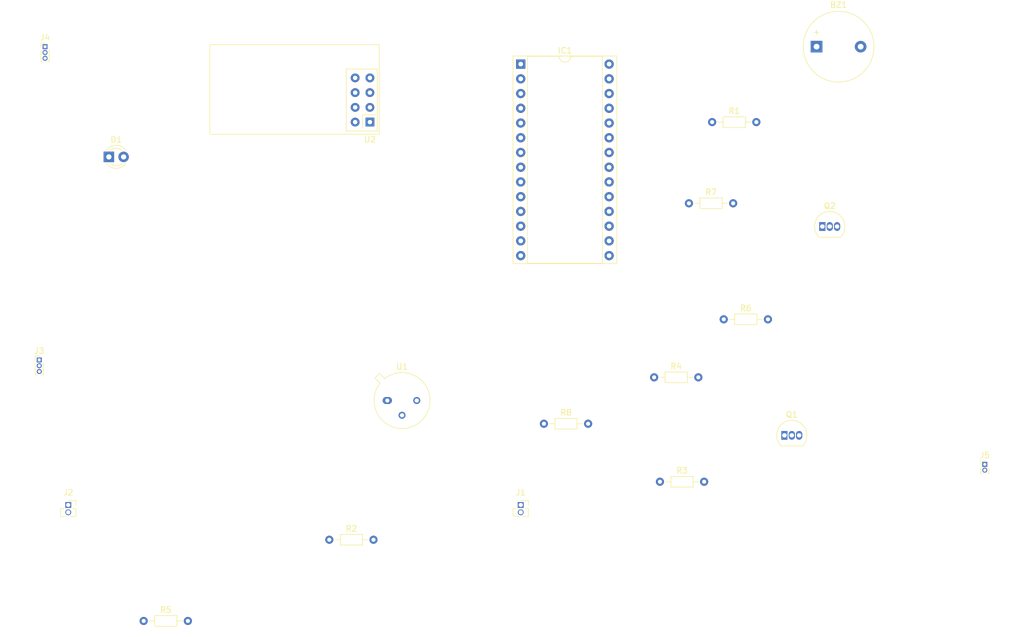
<source format=kicad_pcb>
(kicad_pcb (version 20171130) (host pcbnew "(5.0.0)")

  (general
    (thickness 1.6)
    (drawings 0)
    (tracks 0)
    (zones 0)
    (modules 20)
    (nets 39)
  )

  (page A4)
  (title_block
    (title SisCoCaf)
    (date 2018-10-19)
    (rev 1.00)
    (company "Roberto Compañy")
  )

  (layers
    (0 F.Cu signal)
    (31 B.Cu signal)
    (32 B.Adhes user)
    (33 F.Adhes user)
    (34 B.Paste user)
    (35 F.Paste user)
    (36 B.SilkS user)
    (37 F.SilkS user)
    (38 B.Mask user)
    (39 F.Mask user)
    (40 Dwgs.User user)
    (41 Cmts.User user)
    (42 Eco1.User user)
    (43 Eco2.User user)
    (44 Edge.Cuts user)
    (45 Margin user)
    (46 B.CrtYd user)
    (47 F.CrtYd user)
    (48 B.Fab user)
    (49 F.Fab user)
  )

  (setup
    (last_trace_width 0.25)
    (trace_clearance 0.2)
    (zone_clearance 0.508)
    (zone_45_only no)
    (trace_min 0.2)
    (segment_width 0.2)
    (edge_width 0.15)
    (via_size 0.8)
    (via_drill 0.4)
    (via_min_size 0.4)
    (via_min_drill 0.3)
    (uvia_size 0.3)
    (uvia_drill 0.1)
    (uvias_allowed no)
    (uvia_min_size 0.2)
    (uvia_min_drill 0.1)
    (pcb_text_width 0.3)
    (pcb_text_size 1.5 1.5)
    (mod_edge_width 0.15)
    (mod_text_size 1 1)
    (mod_text_width 0.15)
    (pad_size 1.524 1.524)
    (pad_drill 0.762)
    (pad_to_mask_clearance 0.2)
    (aux_axis_origin 0 0)
    (visible_elements 7FFFFFFF)
    (pcbplotparams
      (layerselection 0x010fc_ffffffff)
      (usegerberextensions false)
      (usegerberattributes false)
      (usegerberadvancedattributes false)
      (creategerberjobfile false)
      (excludeedgelayer true)
      (linewidth 0.100000)
      (plotframeref false)
      (viasonmask false)
      (mode 1)
      (useauxorigin false)
      (hpglpennumber 1)
      (hpglpenspeed 20)
      (hpglpendiameter 15.000000)
      (psnegative false)
      (psa4output false)
      (plotreference true)
      (plotvalue true)
      (plotinvisibletext false)
      (padsonsilk false)
      (subtractmaskfromsilk false)
      (outputformat 1)
      (mirror false)
      (drillshape 1)
      (scaleselection 1)
      (outputdirectory ""))
  )

  (net 0 "")
  (net 1 "Net-(Q2-Pad2)")
  (net 2 "Net-(IC1-Pad25)")
  (net 3 "Net-(IC1-Pad17)")
  (net 4 "Net-(J1-Pad2)")
  (net 5 "Net-(Q1-Pad2)")
  (net 6 "Net-(IC1-Pad28)")
  (net 7 "Net-(IC1-Pad5)")
  (net 8 VDD)
  (net 9 "Net-(R1-Pad2)")
  (net 10 GND)
  (net 11 "Net-(J1-Pad1)")
  (net 12 "Net-(IC1-Pad18)")
  (net 13 "Net-(D1-Pad1)")
  (net 14 "Net-(IC1-Pad4)")
  (net 15 "Net-(IC1-Pad6)")
  (net 16 "Net-(IC1-Pad2)")
  (net 17 "Net-(IC1-Pad1)")
  (net 18 "Net-(U2-Pad8)")
  (net 19 "Net-(J5-Pad1)")
  (net 20 "Net-(BZ1-Pad2)")
  (net 21 +12V)
  (net 22 "Net-(IC1-Pad15)")
  (net 23 "Net-(IC1-Pad16)")
  (net 24 "Net-(IC1-Pad3)")
  (net 25 "Net-(IC1-Pad19)")
  (net 26 "Net-(IC1-Pad20)")
  (net 27 "Net-(IC1-Pad7)")
  (net 28 "Net-(IC1-Pad8)")
  (net 29 "Net-(IC1-Pad9)")
  (net 30 "Net-(IC1-Pad23)")
  (net 31 "Net-(IC1-Pad10)")
  (net 32 "Net-(IC1-Pad24)")
  (net 33 "Net-(IC1-Pad11)")
  (net 34 "Net-(IC1-Pad12)")
  (net 35 "Net-(IC1-Pad26)")
  (net 36 "Net-(IC1-Pad13)")
  (net 37 "Net-(IC1-Pad27)")
  (net 38 "Net-(D1-Pad2)")

  (net_class Default "Esta es la clase de red por defecto."
    (clearance 0.2)
    (trace_width 0.25)
    (via_dia 0.8)
    (via_drill 0.4)
    (uvia_dia 0.3)
    (uvia_drill 0.1)
    (add_net +12V)
    (add_net GND)
    (add_net "Net-(BZ1-Pad2)")
    (add_net "Net-(D1-Pad1)")
    (add_net "Net-(D1-Pad2)")
    (add_net "Net-(IC1-Pad1)")
    (add_net "Net-(IC1-Pad10)")
    (add_net "Net-(IC1-Pad11)")
    (add_net "Net-(IC1-Pad12)")
    (add_net "Net-(IC1-Pad13)")
    (add_net "Net-(IC1-Pad15)")
    (add_net "Net-(IC1-Pad16)")
    (add_net "Net-(IC1-Pad17)")
    (add_net "Net-(IC1-Pad18)")
    (add_net "Net-(IC1-Pad19)")
    (add_net "Net-(IC1-Pad2)")
    (add_net "Net-(IC1-Pad20)")
    (add_net "Net-(IC1-Pad23)")
    (add_net "Net-(IC1-Pad24)")
    (add_net "Net-(IC1-Pad25)")
    (add_net "Net-(IC1-Pad26)")
    (add_net "Net-(IC1-Pad27)")
    (add_net "Net-(IC1-Pad28)")
    (add_net "Net-(IC1-Pad3)")
    (add_net "Net-(IC1-Pad4)")
    (add_net "Net-(IC1-Pad5)")
    (add_net "Net-(IC1-Pad6)")
    (add_net "Net-(IC1-Pad7)")
    (add_net "Net-(IC1-Pad8)")
    (add_net "Net-(IC1-Pad9)")
    (add_net "Net-(J1-Pad1)")
    (add_net "Net-(J1-Pad2)")
    (add_net "Net-(J5-Pad1)")
    (add_net "Net-(Q1-Pad2)")
    (add_net "Net-(Q2-Pad2)")
    (add_net "Net-(R1-Pad2)")
    (add_net "Net-(U2-Pad8)")
    (add_net VDD)
  )

  (module LED_THT:LED_D3.0mm (layer F.Cu) (tedit 587A3A7B) (tstamp 5BD718B0)
    (at 64 74)
    (descr "LED, diameter 3.0mm, 2 pins")
    (tags "LED diameter 3.0mm 2 pins")
    (path /5B92E839)
    (fp_text reference D1 (at 1.27 -2.96) (layer F.SilkS)
      (effects (font (size 1 1) (thickness 0.15)))
    )
    (fp_text value LED (at 1.27 2.96) (layer F.Fab)
      (effects (font (size 1 1) (thickness 0.15)))
    )
    (fp_arc (start 1.27 0) (end -0.23 -1.16619) (angle 284.3) (layer F.Fab) (width 0.1))
    (fp_arc (start 1.27 0) (end -0.29 -1.235516) (angle 108.8) (layer F.SilkS) (width 0.12))
    (fp_arc (start 1.27 0) (end -0.29 1.235516) (angle -108.8) (layer F.SilkS) (width 0.12))
    (fp_arc (start 1.27 0) (end 0.229039 -1.08) (angle 87.9) (layer F.SilkS) (width 0.12))
    (fp_arc (start 1.27 0) (end 0.229039 1.08) (angle -87.9) (layer F.SilkS) (width 0.12))
    (fp_circle (center 1.27 0) (end 2.77 0) (layer F.Fab) (width 0.1))
    (fp_line (start -0.23 -1.16619) (end -0.23 1.16619) (layer F.Fab) (width 0.1))
    (fp_line (start -0.29 -1.236) (end -0.29 -1.08) (layer F.SilkS) (width 0.12))
    (fp_line (start -0.29 1.08) (end -0.29 1.236) (layer F.SilkS) (width 0.12))
    (fp_line (start -1.15 -2.25) (end -1.15 2.25) (layer F.CrtYd) (width 0.05))
    (fp_line (start -1.15 2.25) (end 3.7 2.25) (layer F.CrtYd) (width 0.05))
    (fp_line (start 3.7 2.25) (end 3.7 -2.25) (layer F.CrtYd) (width 0.05))
    (fp_line (start 3.7 -2.25) (end -1.15 -2.25) (layer F.CrtYd) (width 0.05))
    (pad 1 thru_hole rect (at 0 0) (size 1.8 1.8) (drill 0.9) (layers *.Cu *.Mask)
      (net 13 "Net-(D1-Pad1)"))
    (pad 2 thru_hole circle (at 2.54 0) (size 1.8 1.8) (drill 0.9) (layers *.Cu *.Mask)
      (net 38 "Net-(D1-Pad2)"))
    (model ${KISYS3DMOD}/LED_THT.3dshapes/LED_D3.0mm.wrl
      (at (xyz 0 0 0))
      (scale (xyz 1 1 1))
      (rotate (xyz 0 0 0))
    )
  )

  (module Connector_PinHeader_1.00mm:PinHeader_1x03_P1.00mm_Vertical (layer F.Cu) (tedit 59FED738) (tstamp 5BD70BBA)
    (at 52 109)
    (descr "Through hole straight pin header, 1x03, 1.00mm pitch, single row")
    (tags "Through hole pin header THT 1x03 1.00mm single row")
    (path /5B95300E)
    (fp_text reference J3 (at 0 -1.56) (layer F.SilkS)
      (effects (font (size 1 1) (thickness 0.15)))
    )
    (fp_text value Conn_01x03_Male (at 0 3.56) (layer F.Fab)
      (effects (font (size 1 1) (thickness 0.15)))
    )
    (fp_text user %R (at 0 1 90) (layer F.Fab)
      (effects (font (size 0.76 0.76) (thickness 0.114)))
    )
    (fp_line (start 1.15 -1) (end -1.15 -1) (layer F.CrtYd) (width 0.05))
    (fp_line (start 1.15 3) (end 1.15 -1) (layer F.CrtYd) (width 0.05))
    (fp_line (start -1.15 3) (end 1.15 3) (layer F.CrtYd) (width 0.05))
    (fp_line (start -1.15 -1) (end -1.15 3) (layer F.CrtYd) (width 0.05))
    (fp_line (start -0.695 -0.685) (end 0 -0.685) (layer F.SilkS) (width 0.12))
    (fp_line (start -0.695 0) (end -0.695 -0.685) (layer F.SilkS) (width 0.12))
    (fp_line (start 0.608276 0.685) (end 0.695 0.685) (layer F.SilkS) (width 0.12))
    (fp_line (start -0.695 0.685) (end -0.608276 0.685) (layer F.SilkS) (width 0.12))
    (fp_line (start 0.695 0.685) (end 0.695 2.56) (layer F.SilkS) (width 0.12))
    (fp_line (start -0.695 0.685) (end -0.695 2.56) (layer F.SilkS) (width 0.12))
    (fp_line (start 0.394493 2.56) (end 0.695 2.56) (layer F.SilkS) (width 0.12))
    (fp_line (start -0.695 2.56) (end -0.394493 2.56) (layer F.SilkS) (width 0.12))
    (fp_line (start -0.635 -0.1825) (end -0.3175 -0.5) (layer F.Fab) (width 0.1))
    (fp_line (start -0.635 2.5) (end -0.635 -0.1825) (layer F.Fab) (width 0.1))
    (fp_line (start 0.635 2.5) (end -0.635 2.5) (layer F.Fab) (width 0.1))
    (fp_line (start 0.635 -0.5) (end 0.635 2.5) (layer F.Fab) (width 0.1))
    (fp_line (start -0.3175 -0.5) (end 0.635 -0.5) (layer F.Fab) (width 0.1))
    (pad 3 thru_hole oval (at 0 2) (size 0.85 0.85) (drill 0.5) (layers *.Cu *.Mask)
      (net 10 GND))
    (pad 2 thru_hole oval (at 0 1) (size 0.85 0.85) (drill 0.5) (layers *.Cu *.Mask)
      (net 29 "Net-(IC1-Pad9)"))
    (pad 1 thru_hole rect (at 0 0) (size 0.85 0.85) (drill 0.5) (layers *.Cu *.Mask)
      (net 8 VDD))
    (model ${KISYS3DMOD}/Connector_PinHeader_1.00mm.3dshapes/PinHeader_1x03_P1.00mm_Vertical.wrl
      (at (xyz 0 0 0))
      (scale (xyz 1 1 1))
      (rotate (xyz 0 0 0))
    )
  )

  (module Connector_PinHeader_1.00mm:PinHeader_1x03_P1.00mm_Vertical (layer F.Cu) (tedit 59FED738) (tstamp 5BD70BA2)
    (at 53 55)
    (descr "Through hole straight pin header, 1x03, 1.00mm pitch, single row")
    (tags "Through hole pin header THT 1x03 1.00mm single row")
    (path /5B96C0E0)
    (fp_text reference J4 (at 0 -1.56) (layer F.SilkS)
      (effects (font (size 1 1) (thickness 0.15)))
    )
    (fp_text value Conn_01x03_Male (at 0 3.56) (layer F.Fab)
      (effects (font (size 1 1) (thickness 0.15)))
    )
    (fp_line (start -0.3175 -0.5) (end 0.635 -0.5) (layer F.Fab) (width 0.1))
    (fp_line (start 0.635 -0.5) (end 0.635 2.5) (layer F.Fab) (width 0.1))
    (fp_line (start 0.635 2.5) (end -0.635 2.5) (layer F.Fab) (width 0.1))
    (fp_line (start -0.635 2.5) (end -0.635 -0.1825) (layer F.Fab) (width 0.1))
    (fp_line (start -0.635 -0.1825) (end -0.3175 -0.5) (layer F.Fab) (width 0.1))
    (fp_line (start -0.695 2.56) (end -0.394493 2.56) (layer F.SilkS) (width 0.12))
    (fp_line (start 0.394493 2.56) (end 0.695 2.56) (layer F.SilkS) (width 0.12))
    (fp_line (start -0.695 0.685) (end -0.695 2.56) (layer F.SilkS) (width 0.12))
    (fp_line (start 0.695 0.685) (end 0.695 2.56) (layer F.SilkS) (width 0.12))
    (fp_line (start -0.695 0.685) (end -0.608276 0.685) (layer F.SilkS) (width 0.12))
    (fp_line (start 0.608276 0.685) (end 0.695 0.685) (layer F.SilkS) (width 0.12))
    (fp_line (start -0.695 0) (end -0.695 -0.685) (layer F.SilkS) (width 0.12))
    (fp_line (start -0.695 -0.685) (end 0 -0.685) (layer F.SilkS) (width 0.12))
    (fp_line (start -1.15 -1) (end -1.15 3) (layer F.CrtYd) (width 0.05))
    (fp_line (start -1.15 3) (end 1.15 3) (layer F.CrtYd) (width 0.05))
    (fp_line (start 1.15 3) (end 1.15 -1) (layer F.CrtYd) (width 0.05))
    (fp_line (start 1.15 -1) (end -1.15 -1) (layer F.CrtYd) (width 0.05))
    (fp_text user %R (at 0 1 90) (layer F.Fab)
      (effects (font (size 0.76 0.76) (thickness 0.114)))
    )
    (pad 1 thru_hole rect (at 0 0) (size 0.85 0.85) (drill 0.5) (layers *.Cu *.Mask)
      (net 37 "Net-(IC1-Pad27)"))
    (pad 2 thru_hole oval (at 0 1) (size 0.85 0.85) (drill 0.5) (layers *.Cu *.Mask)
      (net 8 VDD))
    (pad 3 thru_hole oval (at 0 2) (size 0.85 0.85) (drill 0.5) (layers *.Cu *.Mask)
      (net 10 GND))
    (model ${KISYS3DMOD}/Connector_PinHeader_1.00mm.3dshapes/PinHeader_1x03_P1.00mm_Vertical.wrl
      (at (xyz 0 0 0))
      (scale (xyz 1 1 1))
      (rotate (xyz 0 0 0))
    )
  )

  (module Connector_PinSocket_1.27mm:PinSocket_1x02_P1.27mm_Vertical (layer F.Cu) (tedit 5A19A41F) (tstamp 5BD70B8B)
    (at 135 134)
    (descr "Through hole straight socket strip, 1x02, 1.27mm pitch, single row (from Kicad 4.0.7), script generated")
    (tags "Through hole socket strip THT 1x02 1.27mm single row")
    (path /5B95DA8D)
    (fp_text reference J1 (at 0 -2.135) (layer F.SilkS)
      (effects (font (size 1 1) (thickness 0.15)))
    )
    (fp_text value Conn_01x02_Female (at 0 3.405) (layer F.Fab)
      (effects (font (size 1 1) (thickness 0.15)))
    )
    (fp_text user %R (at 0 0.635 90) (layer F.Fab)
      (effects (font (size 1 1) (thickness 0.15)))
    )
    (fp_line (start -1.8 2.4) (end -1.8 -1.15) (layer F.CrtYd) (width 0.05))
    (fp_line (start 1.75 2.4) (end -1.8 2.4) (layer F.CrtYd) (width 0.05))
    (fp_line (start 1.75 -1.15) (end 1.75 2.4) (layer F.CrtYd) (width 0.05))
    (fp_line (start -1.8 -1.15) (end 1.75 -1.15) (layer F.CrtYd) (width 0.05))
    (fp_line (start 0 -0.76) (end 1.33 -0.76) (layer F.SilkS) (width 0.12))
    (fp_line (start 1.33 -0.76) (end 1.33 0) (layer F.SilkS) (width 0.12))
    (fp_line (start 1.33 0.635) (end 1.33 1.965) (layer F.SilkS) (width 0.12))
    (fp_line (start 0.30753 1.965) (end 1.33 1.965) (layer F.SilkS) (width 0.12))
    (fp_line (start -1.33 1.965) (end -0.30753 1.965) (layer F.SilkS) (width 0.12))
    (fp_line (start -1.33 0.635) (end -1.33 1.965) (layer F.SilkS) (width 0.12))
    (fp_line (start 0.76 0.635) (end 1.33 0.635) (layer F.SilkS) (width 0.12))
    (fp_line (start -1.33 0.635) (end -0.76 0.635) (layer F.SilkS) (width 0.12))
    (fp_line (start -1.27 1.905) (end -1.27 -0.635) (layer F.Fab) (width 0.1))
    (fp_line (start 1.27 1.905) (end -1.27 1.905) (layer F.Fab) (width 0.1))
    (fp_line (start 1.27 0) (end 1.27 1.905) (layer F.Fab) (width 0.1))
    (fp_line (start 0.635 -0.635) (end 1.27 0) (layer F.Fab) (width 0.1))
    (fp_line (start -1.27 -0.635) (end 0.635 -0.635) (layer F.Fab) (width 0.1))
    (pad 2 thru_hole oval (at 0 1.27) (size 1 1) (drill 0.7) (layers *.Cu *.Mask)
      (net 4 "Net-(J1-Pad2)"))
    (pad 1 thru_hole rect (at 0 0) (size 1 1) (drill 0.7) (layers *.Cu *.Mask)
      (net 11 "Net-(J1-Pad1)"))
    (model ${KISYS3DMOD}/Connector_PinSocket_1.27mm.3dshapes/PinSocket_1x02_P1.27mm_Vertical.wrl
      (at (xyz 0 0 0))
      (scale (xyz 1 1 1))
      (rotate (xyz 0 0 0))
    )
  )

  (module Connector_PinSocket_1.27mm:PinSocket_1x02_P1.27mm_Vertical (layer F.Cu) (tedit 5A19A41F) (tstamp 5BD70B74)
    (at 57 134)
    (descr "Through hole straight socket strip, 1x02, 1.27mm pitch, single row (from Kicad 4.0.7), script generated")
    (tags "Through hole socket strip THT 1x02 1.27mm single row")
    (path /5B923BA4)
    (fp_text reference J2 (at 0 -2.135) (layer F.SilkS)
      (effects (font (size 1 1) (thickness 0.15)))
    )
    (fp_text value Conn_01x02_Female (at 0 3.405) (layer F.Fab)
      (effects (font (size 1 1) (thickness 0.15)))
    )
    (fp_line (start -1.27 -0.635) (end 0.635 -0.635) (layer F.Fab) (width 0.1))
    (fp_line (start 0.635 -0.635) (end 1.27 0) (layer F.Fab) (width 0.1))
    (fp_line (start 1.27 0) (end 1.27 1.905) (layer F.Fab) (width 0.1))
    (fp_line (start 1.27 1.905) (end -1.27 1.905) (layer F.Fab) (width 0.1))
    (fp_line (start -1.27 1.905) (end -1.27 -0.635) (layer F.Fab) (width 0.1))
    (fp_line (start -1.33 0.635) (end -0.76 0.635) (layer F.SilkS) (width 0.12))
    (fp_line (start 0.76 0.635) (end 1.33 0.635) (layer F.SilkS) (width 0.12))
    (fp_line (start -1.33 0.635) (end -1.33 1.965) (layer F.SilkS) (width 0.12))
    (fp_line (start -1.33 1.965) (end -0.30753 1.965) (layer F.SilkS) (width 0.12))
    (fp_line (start 0.30753 1.965) (end 1.33 1.965) (layer F.SilkS) (width 0.12))
    (fp_line (start 1.33 0.635) (end 1.33 1.965) (layer F.SilkS) (width 0.12))
    (fp_line (start 1.33 -0.76) (end 1.33 0) (layer F.SilkS) (width 0.12))
    (fp_line (start 0 -0.76) (end 1.33 -0.76) (layer F.SilkS) (width 0.12))
    (fp_line (start -1.8 -1.15) (end 1.75 -1.15) (layer F.CrtYd) (width 0.05))
    (fp_line (start 1.75 -1.15) (end 1.75 2.4) (layer F.CrtYd) (width 0.05))
    (fp_line (start 1.75 2.4) (end -1.8 2.4) (layer F.CrtYd) (width 0.05))
    (fp_line (start -1.8 2.4) (end -1.8 -1.15) (layer F.CrtYd) (width 0.05))
    (fp_text user %R (at 0 0.635 90) (layer F.Fab)
      (effects (font (size 1 1) (thickness 0.15)))
    )
    (pad 1 thru_hole rect (at 0 0) (size 1 1) (drill 0.7) (layers *.Cu *.Mask)
      (net 23 "Net-(IC1-Pad16)"))
    (pad 2 thru_hole oval (at 0 1.27) (size 1 1) (drill 0.7) (layers *.Cu *.Mask)
      (net 22 "Net-(IC1-Pad15)"))
    (model ${KISYS3DMOD}/Connector_PinSocket_1.27mm.3dshapes/PinSocket_1x02_P1.27mm_Vertical.wrl
      (at (xyz 0 0 0))
      (scale (xyz 1 1 1))
      (rotate (xyz 0 0 0))
    )
  )

  (module Buzzer_Beeper:Buzzer_12x9.5RM7.6 (layer F.Cu) (tedit 5A030281) (tstamp 5BE51E67)
    (at 186 55)
    (descr "Generic Buzzer, D12mm height 9.5mm with RM7.6mm")
    (tags buzzer)
    (path /5B9317BD)
    (fp_text reference BZ1 (at 3.8 -7.2) (layer F.SilkS)
      (effects (font (size 1 1) (thickness 0.15)))
    )
    (fp_text value Buzzer (at 3.8 7.4) (layer F.Fab)
      (effects (font (size 1 1) (thickness 0.15)))
    )
    (fp_text user + (at -0.01 -2.54) (layer F.Fab)
      (effects (font (size 1 1) (thickness 0.15)))
    )
    (fp_text user + (at -0.01 -2.54) (layer F.SilkS)
      (effects (font (size 1 1) (thickness 0.15)))
    )
    (fp_text user %R (at 3.8 -4) (layer F.Fab)
      (effects (font (size 1 1) (thickness 0.15)))
    )
    (fp_circle (center 3.8 0) (end 10.05 0) (layer F.CrtYd) (width 0.05))
    (fp_circle (center 3.8 0) (end 9.8 0) (layer F.Fab) (width 0.1))
    (fp_circle (center 3.8 0) (end 4.8 0) (layer F.Fab) (width 0.1))
    (fp_circle (center 3.8 0) (end 9.9 0) (layer F.SilkS) (width 0.12))
    (pad 1 thru_hole rect (at 0 0) (size 2 2) (drill 1) (layers *.Cu *.Mask)
      (net 8 VDD))
    (pad 2 thru_hole circle (at 7.6 0) (size 2 2) (drill 1) (layers *.Cu *.Mask)
      (net 20 "Net-(BZ1-Pad2)"))
    (model ${KISYS3DMOD}/Buzzer_Beeper.3dshapes/Buzzer_12x9.5RM7.6.wrl
      (at (xyz 0 0 0))
      (scale (xyz 1 1 1))
      (rotate (xyz 0 0 0))
    )
  )

  (module Connector_PinHeader_1.00mm:PinHeader_1x02_P1.00mm_Vertical (layer F.Cu) (tedit 59FED738) (tstamp 5BE51DFA)
    (at 215 127)
    (descr "Through hole straight pin header, 1x02, 1.00mm pitch, single row")
    (tags "Through hole pin header THT 1x02 1.00mm single row")
    (path /5B94AEFD)
    (fp_text reference J5 (at 0 -1.56) (layer F.SilkS)
      (effects (font (size 1 1) (thickness 0.15)))
    )
    (fp_text value Conn_01x01_Male (at 0 2.56) (layer F.Fab)
      (effects (font (size 1 1) (thickness 0.15)))
    )
    (fp_line (start -0.3175 -0.5) (end 0.635 -0.5) (layer F.Fab) (width 0.1))
    (fp_line (start 0.635 -0.5) (end 0.635 1.5) (layer F.Fab) (width 0.1))
    (fp_line (start 0.635 1.5) (end -0.635 1.5) (layer F.Fab) (width 0.1))
    (fp_line (start -0.635 1.5) (end -0.635 -0.1825) (layer F.Fab) (width 0.1))
    (fp_line (start -0.635 -0.1825) (end -0.3175 -0.5) (layer F.Fab) (width 0.1))
    (fp_line (start -0.695 1.56) (end -0.394493 1.56) (layer F.SilkS) (width 0.12))
    (fp_line (start 0.394493 1.56) (end 0.695 1.56) (layer F.SilkS) (width 0.12))
    (fp_line (start -0.695 0.685) (end -0.695 1.56) (layer F.SilkS) (width 0.12))
    (fp_line (start 0.695 0.685) (end 0.695 1.56) (layer F.SilkS) (width 0.12))
    (fp_line (start -0.695 0.685) (end -0.608276 0.685) (layer F.SilkS) (width 0.12))
    (fp_line (start 0.608276 0.685) (end 0.695 0.685) (layer F.SilkS) (width 0.12))
    (fp_line (start -0.695 0) (end -0.695 -0.685) (layer F.SilkS) (width 0.12))
    (fp_line (start -0.695 -0.685) (end 0 -0.685) (layer F.SilkS) (width 0.12))
    (fp_line (start -1.15 -1) (end -1.15 2) (layer F.CrtYd) (width 0.05))
    (fp_line (start -1.15 2) (end 1.15 2) (layer F.CrtYd) (width 0.05))
    (fp_line (start 1.15 2) (end 1.15 -1) (layer F.CrtYd) (width 0.05))
    (fp_line (start 1.15 -1) (end -1.15 -1) (layer F.CrtYd) (width 0.05))
    (fp_text user %R (at 0 0.5 90) (layer F.Fab)
      (effects (font (size 0.76 0.76) (thickness 0.114)))
    )
    (pad 1 thru_hole rect (at 0 0) (size 0.85 0.85) (drill 0.5) (layers *.Cu *.Mask)
      (net 19 "Net-(J5-Pad1)"))
    (pad 2 thru_hole oval (at 0 1) (size 0.85 0.85) (drill 0.5) (layers *.Cu *.Mask))
    (model ${KISYS3DMOD}/Connector_PinHeader_1.00mm.3dshapes/PinHeader_1x02_P1.00mm_Vertical.wrl
      (at (xyz 0 0 0))
      (scale (xyz 1 1 1))
      (rotate (xyz 0 0 0))
    )
  )

  (module Package_DIP:DIP-28_W15.24mm_Socket (layer F.Cu) (tedit 5A02E8C5) (tstamp 5BE51DB8)
    (at 135 58)
    (descr "28-lead though-hole mounted DIP package, row spacing 15.24 mm (600 mils), Socket")
    (tags "THT DIP DIL PDIP 2.54mm 15.24mm 600mil Socket")
    (path /5B91A1A1)
    (fp_text reference IC1 (at 7.62 -2.33) (layer F.SilkS)
      (effects (font (size 1 1) (thickness 0.15)))
    )
    (fp_text value LPC111X_102 (at 7.62 35.35) (layer F.Fab)
      (effects (font (size 1 1) (thickness 0.15)))
    )
    (fp_arc (start 7.62 -1.33) (end 6.62 -1.33) (angle -180) (layer F.SilkS) (width 0.12))
    (fp_line (start 1.255 -1.27) (end 14.985 -1.27) (layer F.Fab) (width 0.1))
    (fp_line (start 14.985 -1.27) (end 14.985 34.29) (layer F.Fab) (width 0.1))
    (fp_line (start 14.985 34.29) (end 0.255 34.29) (layer F.Fab) (width 0.1))
    (fp_line (start 0.255 34.29) (end 0.255 -0.27) (layer F.Fab) (width 0.1))
    (fp_line (start 0.255 -0.27) (end 1.255 -1.27) (layer F.Fab) (width 0.1))
    (fp_line (start -1.27 -1.33) (end -1.27 34.35) (layer F.Fab) (width 0.1))
    (fp_line (start -1.27 34.35) (end 16.51 34.35) (layer F.Fab) (width 0.1))
    (fp_line (start 16.51 34.35) (end 16.51 -1.33) (layer F.Fab) (width 0.1))
    (fp_line (start 16.51 -1.33) (end -1.27 -1.33) (layer F.Fab) (width 0.1))
    (fp_line (start 6.62 -1.33) (end 1.16 -1.33) (layer F.SilkS) (width 0.12))
    (fp_line (start 1.16 -1.33) (end 1.16 34.35) (layer F.SilkS) (width 0.12))
    (fp_line (start 1.16 34.35) (end 14.08 34.35) (layer F.SilkS) (width 0.12))
    (fp_line (start 14.08 34.35) (end 14.08 -1.33) (layer F.SilkS) (width 0.12))
    (fp_line (start 14.08 -1.33) (end 8.62 -1.33) (layer F.SilkS) (width 0.12))
    (fp_line (start -1.33 -1.39) (end -1.33 34.41) (layer F.SilkS) (width 0.12))
    (fp_line (start -1.33 34.41) (end 16.57 34.41) (layer F.SilkS) (width 0.12))
    (fp_line (start 16.57 34.41) (end 16.57 -1.39) (layer F.SilkS) (width 0.12))
    (fp_line (start 16.57 -1.39) (end -1.33 -1.39) (layer F.SilkS) (width 0.12))
    (fp_line (start -1.55 -1.6) (end -1.55 34.65) (layer F.CrtYd) (width 0.05))
    (fp_line (start -1.55 34.65) (end 16.8 34.65) (layer F.CrtYd) (width 0.05))
    (fp_line (start 16.8 34.65) (end 16.8 -1.6) (layer F.CrtYd) (width 0.05))
    (fp_line (start 16.8 -1.6) (end -1.55 -1.6) (layer F.CrtYd) (width 0.05))
    (fp_text user %R (at 7.62 16.51) (layer F.Fab)
      (effects (font (size 1 1) (thickness 0.15)))
    )
    (pad 1 thru_hole rect (at 0 0) (size 1.6 1.6) (drill 0.8) (layers *.Cu *.Mask)
      (net 17 "Net-(IC1-Pad1)"))
    (pad 15 thru_hole oval (at 15.24 33.02) (size 1.6 1.6) (drill 0.8) (layers *.Cu *.Mask)
      (net 22 "Net-(IC1-Pad15)"))
    (pad 2 thru_hole oval (at 0 2.54) (size 1.6 1.6) (drill 0.8) (layers *.Cu *.Mask)
      (net 16 "Net-(IC1-Pad2)"))
    (pad 16 thru_hole oval (at 15.24 30.48) (size 1.6 1.6) (drill 0.8) (layers *.Cu *.Mask)
      (net 23 "Net-(IC1-Pad16)"))
    (pad 3 thru_hole oval (at 0 5.08) (size 1.6 1.6) (drill 0.8) (layers *.Cu *.Mask)
      (net 24 "Net-(IC1-Pad3)"))
    (pad 17 thru_hole oval (at 15.24 27.94) (size 1.6 1.6) (drill 0.8) (layers *.Cu *.Mask)
      (net 3 "Net-(IC1-Pad17)"))
    (pad 4 thru_hole oval (at 0 7.62) (size 1.6 1.6) (drill 0.8) (layers *.Cu *.Mask)
      (net 14 "Net-(IC1-Pad4)"))
    (pad 18 thru_hole oval (at 15.24 25.4) (size 1.6 1.6) (drill 0.8) (layers *.Cu *.Mask)
      (net 12 "Net-(IC1-Pad18)"))
    (pad 5 thru_hole oval (at 0 10.16) (size 1.6 1.6) (drill 0.8) (layers *.Cu *.Mask)
      (net 7 "Net-(IC1-Pad5)"))
    (pad 19 thru_hole oval (at 15.24 22.86) (size 1.6 1.6) (drill 0.8) (layers *.Cu *.Mask)
      (net 25 "Net-(IC1-Pad19)"))
    (pad 6 thru_hole oval (at 0 12.7) (size 1.6 1.6) (drill 0.8) (layers *.Cu *.Mask)
      (net 15 "Net-(IC1-Pad6)"))
    (pad 20 thru_hole oval (at 15.24 20.32) (size 1.6 1.6) (drill 0.8) (layers *.Cu *.Mask)
      (net 26 "Net-(IC1-Pad20)"))
    (pad 7 thru_hole oval (at 0 15.24) (size 1.6 1.6) (drill 0.8) (layers *.Cu *.Mask)
      (net 27 "Net-(IC1-Pad7)"))
    (pad 21 thru_hole oval (at 15.24 17.78) (size 1.6 1.6) (drill 0.8) (layers *.Cu *.Mask)
      (net 8 VDD))
    (pad 8 thru_hole oval (at 0 17.78) (size 1.6 1.6) (drill 0.8) (layers *.Cu *.Mask)
      (net 28 "Net-(IC1-Pad8)"))
    (pad 22 thru_hole oval (at 15.24 15.24) (size 1.6 1.6) (drill 0.8) (layers *.Cu *.Mask)
      (net 10 GND))
    (pad 9 thru_hole oval (at 0 20.32) (size 1.6 1.6) (drill 0.8) (layers *.Cu *.Mask)
      (net 29 "Net-(IC1-Pad9)"))
    (pad 23 thru_hole oval (at 15.24 12.7) (size 1.6 1.6) (drill 0.8) (layers *.Cu *.Mask)
      (net 30 "Net-(IC1-Pad23)"))
    (pad 10 thru_hole oval (at 0 22.86) (size 1.6 1.6) (drill 0.8) (layers *.Cu *.Mask)
      (net 31 "Net-(IC1-Pad10)"))
    (pad 24 thru_hole oval (at 15.24 10.16) (size 1.6 1.6) (drill 0.8) (layers *.Cu *.Mask)
      (net 32 "Net-(IC1-Pad24)"))
    (pad 11 thru_hole oval (at 0 25.4) (size 1.6 1.6) (drill 0.8) (layers *.Cu *.Mask)
      (net 33 "Net-(IC1-Pad11)"))
    (pad 25 thru_hole oval (at 15.24 7.62) (size 1.6 1.6) (drill 0.8) (layers *.Cu *.Mask)
      (net 2 "Net-(IC1-Pad25)"))
    (pad 12 thru_hole oval (at 0 27.94) (size 1.6 1.6) (drill 0.8) (layers *.Cu *.Mask)
      (net 34 "Net-(IC1-Pad12)"))
    (pad 26 thru_hole oval (at 15.24 5.08) (size 1.6 1.6) (drill 0.8) (layers *.Cu *.Mask)
      (net 35 "Net-(IC1-Pad26)"))
    (pad 13 thru_hole oval (at 0 30.48) (size 1.6 1.6) (drill 0.8) (layers *.Cu *.Mask)
      (net 36 "Net-(IC1-Pad13)"))
    (pad 27 thru_hole oval (at 15.24 2.54) (size 1.6 1.6) (drill 0.8) (layers *.Cu *.Mask)
      (net 37 "Net-(IC1-Pad27)"))
    (pad 14 thru_hole oval (at 0 33.02) (size 1.6 1.6) (drill 0.8) (layers *.Cu *.Mask)
      (net 38 "Net-(D1-Pad2)"))
    (pad 28 thru_hole oval (at 15.24 0) (size 1.6 1.6) (drill 0.8) (layers *.Cu *.Mask)
      (net 6 "Net-(IC1-Pad28)"))
    (model ${KISYS3DMOD}/Package_DIP.3dshapes/DIP-28_W15.24mm_Socket.wrl
      (at (xyz 0 0 0))
      (scale (xyz 1 1 1))
      (rotate (xyz 0 0 0))
    )
  )

  (module Package_TO_SOT_THT:TO-39-3 (layer F.Cu) (tedit 5A02FF81) (tstamp 5BE51D80)
    (at 112 116)
    (descr TO-39-3)
    (tags TO-39-3)
    (path /5B91F3F7)
    (fp_text reference U1 (at 2.54 -5.82) (layer F.SilkS)
      (effects (font (size 1 1) (thickness 0.15)))
    )
    (fp_text value LM317_TO39 (at 2.54 5.82) (layer F.Fab)
      (effects (font (size 1 1) (thickness 0.15)))
    )
    (fp_text user %R (at 2.54 -5.82) (layer F.Fab)
      (effects (font (size 1 1) (thickness 0.15)))
    )
    (fp_line (start -0.465408 -3.61352) (end -1.27151 -4.419621) (layer F.Fab) (width 0.1))
    (fp_line (start -1.27151 -4.419621) (end -1.879621 -3.81151) (layer F.Fab) (width 0.1))
    (fp_line (start -1.879621 -3.81151) (end -1.07352 -3.005408) (layer F.Fab) (width 0.1))
    (fp_line (start -0.457084 -3.774902) (end -1.348039 -4.665856) (layer F.SilkS) (width 0.12))
    (fp_line (start -1.348039 -4.665856) (end -2.125856 -3.888039) (layer F.SilkS) (width 0.12))
    (fp_line (start -2.125856 -3.888039) (end -1.234902 -2.997084) (layer F.SilkS) (width 0.12))
    (fp_line (start -2.41 -4.95) (end -2.41 4.95) (layer F.CrtYd) (width 0.05))
    (fp_line (start -2.41 4.95) (end 7.49 4.95) (layer F.CrtYd) (width 0.05))
    (fp_line (start 7.49 4.95) (end 7.49 -4.95) (layer F.CrtYd) (width 0.05))
    (fp_line (start 7.49 -4.95) (end -2.41 -4.95) (layer F.CrtYd) (width 0.05))
    (fp_circle (center 2.54 0) (end 6.79 0) (layer F.Fab) (width 0.1))
    (fp_arc (start 2.54 0) (end -0.465408 -3.61352) (angle 349.5) (layer F.Fab) (width 0.1))
    (fp_arc (start 2.54 0) (end -0.457084 -3.774902) (angle 346.9) (layer F.SilkS) (width 0.12))
    (pad 1 thru_hole oval (at 0 0) (size 1.6 1.2) (drill 0.7) (layers *.Cu *.Mask)
      (net 21 +12V))
    (pad 2 thru_hole oval (at 2.54 2.54) (size 1.2 1.2) (drill 0.7) (layers *.Cu *.Mask)
      (net 9 "Net-(R1-Pad2)"))
    (pad 3 thru_hole oval (at 5.08 0) (size 1.2 1.2) (drill 0.7) (layers *.Cu *.Mask)
      (net 8 VDD))
    (model ${KISYS3DMOD}/Package_TO_SOT_THT.3dshapes/TO-39-3.wrl
      (at (xyz 0 0 0))
      (scale (xyz 1 1 1))
      (rotate (xyz 0 0 0))
    )
  )

  (module Package_TO_SOT_THT:TO-92_Inline (layer F.Cu) (tedit 5A1DD157) (tstamp 5BE51D6B)
    (at 180.46 122)
    (descr "TO-92 leads in-line, narrow, oval pads, drill 0.75mm (see NXP sot054_po.pdf)")
    (tags "to-92 sc-43 sc-43a sot54 PA33 transistor")
    (path /5B93F2EB)
    (fp_text reference Q1 (at 1.27 -3.56) (layer F.SilkS)
      (effects (font (size 1 1) (thickness 0.15)))
    )
    (fp_text value BC547 (at 1.27 2.79) (layer F.Fab)
      (effects (font (size 1 1) (thickness 0.15)))
    )
    (fp_arc (start 1.27 0) (end 1.27 -2.6) (angle 135) (layer F.SilkS) (width 0.12))
    (fp_arc (start 1.27 0) (end 1.27 -2.48) (angle -135) (layer F.Fab) (width 0.1))
    (fp_arc (start 1.27 0) (end 1.27 -2.6) (angle -135) (layer F.SilkS) (width 0.12))
    (fp_arc (start 1.27 0) (end 1.27 -2.48) (angle 135) (layer F.Fab) (width 0.1))
    (fp_line (start 4 2.01) (end -1.46 2.01) (layer F.CrtYd) (width 0.05))
    (fp_line (start 4 2.01) (end 4 -2.73) (layer F.CrtYd) (width 0.05))
    (fp_line (start -1.46 -2.73) (end -1.46 2.01) (layer F.CrtYd) (width 0.05))
    (fp_line (start -1.46 -2.73) (end 4 -2.73) (layer F.CrtYd) (width 0.05))
    (fp_line (start -0.5 1.75) (end 3 1.75) (layer F.Fab) (width 0.1))
    (fp_line (start -0.53 1.85) (end 3.07 1.85) (layer F.SilkS) (width 0.12))
    (fp_text user %R (at 1.27 -3.56) (layer F.Fab)
      (effects (font (size 1 1) (thickness 0.15)))
    )
    (pad 1 thru_hole rect (at 0 0) (size 1.05 1.5) (drill 0.75) (layers *.Cu *.Mask)
      (net 20 "Net-(BZ1-Pad2)"))
    (pad 3 thru_hole oval (at 2.54 0) (size 1.05 1.5) (drill 0.75) (layers *.Cu *.Mask)
      (net 10 GND))
    (pad 2 thru_hole oval (at 1.27 0) (size 1.05 1.5) (drill 0.75) (layers *.Cu *.Mask)
      (net 5 "Net-(Q1-Pad2)"))
    (model ${KISYS3DMOD}/Package_TO_SOT_THT.3dshapes/TO-92_Inline.wrl
      (at (xyz 0 0 0))
      (scale (xyz 1 1 1))
      (rotate (xyz 0 0 0))
    )
  )

  (module Package_TO_SOT_THT:TO-92_Inline (layer F.Cu) (tedit 5A1DD157) (tstamp 5BE51D59)
    (at 187 86)
    (descr "TO-92 leads in-line, narrow, oval pads, drill 0.75mm (see NXP sot054_po.pdf)")
    (tags "to-92 sc-43 sc-43a sot54 PA33 transistor")
    (path /5B94C627)
    (fp_text reference Q2 (at 1.27 -3.56) (layer F.SilkS)
      (effects (font (size 1 1) (thickness 0.15)))
    )
    (fp_text value BC547 (at 1.27 2.79) (layer F.Fab)
      (effects (font (size 1 1) (thickness 0.15)))
    )
    (fp_text user %R (at 1.27 -3.56) (layer F.Fab)
      (effects (font (size 1 1) (thickness 0.15)))
    )
    (fp_line (start -0.53 1.85) (end 3.07 1.85) (layer F.SilkS) (width 0.12))
    (fp_line (start -0.5 1.75) (end 3 1.75) (layer F.Fab) (width 0.1))
    (fp_line (start -1.46 -2.73) (end 4 -2.73) (layer F.CrtYd) (width 0.05))
    (fp_line (start -1.46 -2.73) (end -1.46 2.01) (layer F.CrtYd) (width 0.05))
    (fp_line (start 4 2.01) (end 4 -2.73) (layer F.CrtYd) (width 0.05))
    (fp_line (start 4 2.01) (end -1.46 2.01) (layer F.CrtYd) (width 0.05))
    (fp_arc (start 1.27 0) (end 1.27 -2.48) (angle 135) (layer F.Fab) (width 0.1))
    (fp_arc (start 1.27 0) (end 1.27 -2.6) (angle -135) (layer F.SilkS) (width 0.12))
    (fp_arc (start 1.27 0) (end 1.27 -2.48) (angle -135) (layer F.Fab) (width 0.1))
    (fp_arc (start 1.27 0) (end 1.27 -2.6) (angle 135) (layer F.SilkS) (width 0.12))
    (pad 2 thru_hole oval (at 1.27 0) (size 1.05 1.5) (drill 0.75) (layers *.Cu *.Mask)
      (net 1 "Net-(Q2-Pad2)"))
    (pad 3 thru_hole oval (at 2.54 0) (size 1.05 1.5) (drill 0.75) (layers *.Cu *.Mask)
      (net 10 GND))
    (pad 1 thru_hole rect (at 0 0) (size 1.05 1.5) (drill 0.75) (layers *.Cu *.Mask)
      (net 19 "Net-(J5-Pad1)"))
    (model ${KISYS3DMOD}/Package_TO_SOT_THT.3dshapes/TO-92_Inline.wrl
      (at (xyz 0 0 0))
      (scale (xyz 1 1 1))
      (rotate (xyz 0 0 0))
    )
  )

  (module RF_Module:nRF24L01_Breakout (layer F.Cu) (tedit 5A056C61) (tstamp 5BE51D47)
    (at 109 68 180)
    (descr "nRF24L01 breakout board")
    (tags "nRF24L01 adapter breakout")
    (path /5B91A2A4)
    (fp_text reference U2 (at 0 -3 180) (layer F.SilkS)
      (effects (font (size 1 1) (thickness 0.15)))
    )
    (fp_text value NRF24L01_Breakout (at 13 5 180) (layer F.Fab)
      (effects (font (size 1 1) (thickness 0.15)))
    )
    (fp_line (start -1.5 -2) (end 27.5 -2) (layer F.Fab) (width 0.1))
    (fp_line (start 27.5 -2) (end 27.5 13.25) (layer F.Fab) (width 0.1))
    (fp_line (start 27.5 13.25) (end -1.5 13.25) (layer F.Fab) (width 0.1))
    (fp_line (start -1.5 13.25) (end -1.5 -2) (layer F.Fab) (width 0.1))
    (fp_line (start -1.5 -2) (end -1.5 -2) (layer F.Fab) (width 0.1))
    (fp_line (start -1.27 -1.27) (end 3.81 -1.27) (layer F.Fab) (width 0.1))
    (fp_line (start 3.81 -1.27) (end 3.81 8.89) (layer F.Fab) (width 0.1))
    (fp_line (start 3.81 8.89) (end -1.27 8.89) (layer F.Fab) (width 0.1))
    (fp_line (start -1.27 8.89) (end -1.27 -1.27) (layer F.Fab) (width 0.1))
    (fp_line (start -1.27 -1.27) (end -1.27 -1.27) (layer F.Fab) (width 0.1))
    (fp_line (start -1.27 -1.524) (end 4.064 -1.524) (layer F.SilkS) (width 0.12))
    (fp_line (start 4.064 -1.524) (end 4.064 9.144) (layer F.SilkS) (width 0.12))
    (fp_line (start 4.064 9.144) (end -1.27 9.144) (layer F.SilkS) (width 0.12))
    (fp_line (start -1.27 9.144) (end -1.27 9.144) (layer F.SilkS) (width 0.12))
    (fp_line (start 1.27 -1.016) (end 1.27 1.27) (layer F.SilkS) (width 0.12))
    (fp_line (start 1.27 1.27) (end -1.016 1.27) (layer F.SilkS) (width 0.12))
    (fp_line (start -1.016 1.27) (end -1.016 1.27) (layer F.SilkS) (width 0.12))
    (fp_line (start -1.6 -2.1) (end 27.6 -2.1) (layer F.SilkS) (width 0.12))
    (fp_line (start 27.6 -2.1) (end 27.6 13.35) (layer F.SilkS) (width 0.12))
    (fp_line (start 27.6 13.35) (end -1.6 13.35) (layer F.SilkS) (width 0.12))
    (fp_line (start -1.6 13.35) (end -1.6 -2.1) (layer F.SilkS) (width 0.12))
    (fp_line (start -1.6 -2.1) (end -1.6 -2.1) (layer F.SilkS) (width 0.12))
    (fp_line (start -1.27 9.144) (end -1.27 -1.524) (layer F.SilkS) (width 0.12))
    (fp_line (start -1.27 -1.524) (end -1.27 -1.524) (layer F.SilkS) (width 0.12))
    (fp_line (start 27.75 -2.25) (end -1.75 -2.25) (layer F.CrtYd) (width 0.05))
    (fp_line (start -1.75 -2.25) (end -1.75 13.5) (layer F.CrtYd) (width 0.05))
    (fp_line (start -1.75 13.5) (end 27.75 13.5) (layer F.CrtYd) (width 0.05))
    (fp_line (start 27.75 13.5) (end 27.75 -2.25) (layer F.CrtYd) (width 0.05))
    (fp_line (start 27.75 -2.25) (end 27.75 -2.25) (layer F.CrtYd) (width 0.05))
    (fp_text user %R (at 12.5 2.5 180) (layer F.Fab)
      (effects (font (size 1 1) (thickness 0.15)))
    )
    (pad 1 thru_hole rect (at 0 0 180) (size 1.524 1.524) (drill 0.762) (layers *.Cu *.Mask)
      (net 10 GND))
    (pad 2 thru_hole circle (at 2.54 0 180) (size 1.524 1.524) (drill 0.762) (layers *.Cu *.Mask)
      (net 8 VDD))
    (pad 3 thru_hole circle (at 0 2.54 180) (size 1.524 1.524) (drill 0.762) (layers *.Cu *.Mask)
      (net 7 "Net-(IC1-Pad5)"))
    (pad 4 thru_hole circle (at 2.54 2.54 180) (size 1.524 1.524) (drill 0.762) (layers *.Cu *.Mask)
      (net 14 "Net-(IC1-Pad4)"))
    (pad 5 thru_hole circle (at 0 5.08 180) (size 1.524 1.524) (drill 0.762) (layers *.Cu *.Mask)
      (net 15 "Net-(IC1-Pad6)"))
    (pad 6 thru_hole circle (at 2.54 5.08 180) (size 1.524 1.524) (drill 0.762) (layers *.Cu *.Mask)
      (net 16 "Net-(IC1-Pad2)"))
    (pad 7 thru_hole circle (at 0 7.62 180) (size 1.524 1.524) (drill 0.762) (layers *.Cu *.Mask)
      (net 17 "Net-(IC1-Pad1)"))
    (pad 8 thru_hole circle (at 2.54 7.62 180) (size 1.524 1.524) (drill 0.762) (layers *.Cu *.Mask)
      (net 18 "Net-(U2-Pad8)"))
    (model ${KISYS3DMOD}/RF_Module.3dshapes/nRF24L01_Breakout.wrl
      (at (xyz 0 0 0))
      (scale (xyz 1 1 1))
      (rotate (xyz 0 0 0))
    )
  )

  (module Resistor_THT:R_Axial_DIN0204_L3.6mm_D1.6mm_P7.62mm_Horizontal (layer F.Cu) (tedit 5AE5139B) (tstamp 5BE51D1D)
    (at 164 82)
    (descr "Resistor, Axial_DIN0204 series, Axial, Horizontal, pin pitch=7.62mm, 0.167W, length*diameter=3.6*1.6mm^2, http://cdn-reichelt.de/documents/datenblatt/B400/1_4W%23YAG.pdf")
    (tags "Resistor Axial_DIN0204 series Axial Horizontal pin pitch 7.62mm 0.167W length 3.6mm diameter 1.6mm")
    (path /5B92C715)
    (fp_text reference R7 (at 3.81 -1.92) (layer F.SilkS)
      (effects (font (size 1 1) (thickness 0.15)))
    )
    (fp_text value 220 (at 3.81 1.92) (layer F.Fab)
      (effects (font (size 1 1) (thickness 0.15)))
    )
    (fp_text user %R (at 3.81 0) (layer F.Fab)
      (effects (font (size 0.72 0.72) (thickness 0.108)))
    )
    (fp_line (start 8.57 -1.05) (end -0.95 -1.05) (layer F.CrtYd) (width 0.05))
    (fp_line (start 8.57 1.05) (end 8.57 -1.05) (layer F.CrtYd) (width 0.05))
    (fp_line (start -0.95 1.05) (end 8.57 1.05) (layer F.CrtYd) (width 0.05))
    (fp_line (start -0.95 -1.05) (end -0.95 1.05) (layer F.CrtYd) (width 0.05))
    (fp_line (start 6.68 0) (end 5.73 0) (layer F.SilkS) (width 0.12))
    (fp_line (start 0.94 0) (end 1.89 0) (layer F.SilkS) (width 0.12))
    (fp_line (start 5.73 -0.92) (end 1.89 -0.92) (layer F.SilkS) (width 0.12))
    (fp_line (start 5.73 0.92) (end 5.73 -0.92) (layer F.SilkS) (width 0.12))
    (fp_line (start 1.89 0.92) (end 5.73 0.92) (layer F.SilkS) (width 0.12))
    (fp_line (start 1.89 -0.92) (end 1.89 0.92) (layer F.SilkS) (width 0.12))
    (fp_line (start 7.62 0) (end 5.61 0) (layer F.Fab) (width 0.1))
    (fp_line (start 0 0) (end 2.01 0) (layer F.Fab) (width 0.1))
    (fp_line (start 5.61 -0.8) (end 2.01 -0.8) (layer F.Fab) (width 0.1))
    (fp_line (start 5.61 0.8) (end 5.61 -0.8) (layer F.Fab) (width 0.1))
    (fp_line (start 2.01 0.8) (end 5.61 0.8) (layer F.Fab) (width 0.1))
    (fp_line (start 2.01 -0.8) (end 2.01 0.8) (layer F.Fab) (width 0.1))
    (pad 2 thru_hole oval (at 7.62 0) (size 1.4 1.4) (drill 0.7) (layers *.Cu *.Mask)
      (net 10 GND))
    (pad 1 thru_hole circle (at 0 0) (size 1.4 1.4) (drill 0.7) (layers *.Cu *.Mask)
      (net 13 "Net-(D1-Pad1)"))
    (model ${KISYS3DMOD}/Resistor_THT.3dshapes/R_Axial_DIN0204_L3.6mm_D1.6mm_P7.62mm_Horizontal.wrl
      (at (xyz 0 0 0))
      (scale (xyz 1 1 1))
      (rotate (xyz 0 0 0))
    )
  )

  (module Resistor_THT:R_Axial_DIN0204_L3.6mm_D1.6mm_P7.62mm_Horizontal (layer F.Cu) (tedit 5AE5139B) (tstamp 5BE51D06)
    (at 139 120)
    (descr "Resistor, Axial_DIN0204 series, Axial, Horizontal, pin pitch=7.62mm, 0.167W, length*diameter=3.6*1.6mm^2, http://cdn-reichelt.de/documents/datenblatt/B400/1_4W%23YAG.pdf")
    (tags "Resistor Axial_DIN0204 series Axial Horizontal pin pitch 7.62mm 0.167W length 3.6mm diameter 1.6mm")
    (path /5B961E5F)
    (fp_text reference R8 (at 3.81 -1.92) (layer F.SilkS)
      (effects (font (size 1 1) (thickness 0.15)))
    )
    (fp_text value 220 (at 3.81 1.92) (layer F.Fab)
      (effects (font (size 1 1) (thickness 0.15)))
    )
    (fp_line (start 2.01 -0.8) (end 2.01 0.8) (layer F.Fab) (width 0.1))
    (fp_line (start 2.01 0.8) (end 5.61 0.8) (layer F.Fab) (width 0.1))
    (fp_line (start 5.61 0.8) (end 5.61 -0.8) (layer F.Fab) (width 0.1))
    (fp_line (start 5.61 -0.8) (end 2.01 -0.8) (layer F.Fab) (width 0.1))
    (fp_line (start 0 0) (end 2.01 0) (layer F.Fab) (width 0.1))
    (fp_line (start 7.62 0) (end 5.61 0) (layer F.Fab) (width 0.1))
    (fp_line (start 1.89 -0.92) (end 1.89 0.92) (layer F.SilkS) (width 0.12))
    (fp_line (start 1.89 0.92) (end 5.73 0.92) (layer F.SilkS) (width 0.12))
    (fp_line (start 5.73 0.92) (end 5.73 -0.92) (layer F.SilkS) (width 0.12))
    (fp_line (start 5.73 -0.92) (end 1.89 -0.92) (layer F.SilkS) (width 0.12))
    (fp_line (start 0.94 0) (end 1.89 0) (layer F.SilkS) (width 0.12))
    (fp_line (start 6.68 0) (end 5.73 0) (layer F.SilkS) (width 0.12))
    (fp_line (start -0.95 -1.05) (end -0.95 1.05) (layer F.CrtYd) (width 0.05))
    (fp_line (start -0.95 1.05) (end 8.57 1.05) (layer F.CrtYd) (width 0.05))
    (fp_line (start 8.57 1.05) (end 8.57 -1.05) (layer F.CrtYd) (width 0.05))
    (fp_line (start 8.57 -1.05) (end -0.95 -1.05) (layer F.CrtYd) (width 0.05))
    (fp_text user %R (at 3.81 0) (layer F.Fab)
      (effects (font (size 0.72 0.72) (thickness 0.108)))
    )
    (pad 1 thru_hole circle (at 0 0) (size 1.4 1.4) (drill 0.7) (layers *.Cu *.Mask)
      (net 11 "Net-(J1-Pad1)"))
    (pad 2 thru_hole oval (at 7.62 0) (size 1.4 1.4) (drill 0.7) (layers *.Cu *.Mask)
      (net 12 "Net-(IC1-Pad18)"))
    (model ${KISYS3DMOD}/Resistor_THT.3dshapes/R_Axial_DIN0204_L3.6mm_D1.6mm_P7.62mm_Horizontal.wrl
      (at (xyz 0 0 0))
      (scale (xyz 1 1 1))
      (rotate (xyz 0 0 0))
    )
  )

  (module Resistor_THT:R_Axial_DIN0204_L3.6mm_D1.6mm_P7.62mm_Horizontal (layer F.Cu) (tedit 5AE5139B) (tstamp 5BE51CEF)
    (at 168 68)
    (descr "Resistor, Axial_DIN0204 series, Axial, Horizontal, pin pitch=7.62mm, 0.167W, length*diameter=3.6*1.6mm^2, http://cdn-reichelt.de/documents/datenblatt/B400/1_4W%23YAG.pdf")
    (tags "Resistor Axial_DIN0204 series Axial Horizontal pin pitch 7.62mm 0.167W length 3.6mm diameter 1.6mm")
    (path /5B91F800)
    (fp_text reference R1 (at 3.81 -1.92) (layer F.SilkS)
      (effects (font (size 1 1) (thickness 0.15)))
    )
    (fp_text value 1k (at 3.81 1.92) (layer F.Fab)
      (effects (font (size 1 1) (thickness 0.15)))
    )
    (fp_text user %R (at 3.81 0) (layer F.Fab)
      (effects (font (size 0.72 0.72) (thickness 0.108)))
    )
    (fp_line (start 8.57 -1.05) (end -0.95 -1.05) (layer F.CrtYd) (width 0.05))
    (fp_line (start 8.57 1.05) (end 8.57 -1.05) (layer F.CrtYd) (width 0.05))
    (fp_line (start -0.95 1.05) (end 8.57 1.05) (layer F.CrtYd) (width 0.05))
    (fp_line (start -0.95 -1.05) (end -0.95 1.05) (layer F.CrtYd) (width 0.05))
    (fp_line (start 6.68 0) (end 5.73 0) (layer F.SilkS) (width 0.12))
    (fp_line (start 0.94 0) (end 1.89 0) (layer F.SilkS) (width 0.12))
    (fp_line (start 5.73 -0.92) (end 1.89 -0.92) (layer F.SilkS) (width 0.12))
    (fp_line (start 5.73 0.92) (end 5.73 -0.92) (layer F.SilkS) (width 0.12))
    (fp_line (start 1.89 0.92) (end 5.73 0.92) (layer F.SilkS) (width 0.12))
    (fp_line (start 1.89 -0.92) (end 1.89 0.92) (layer F.SilkS) (width 0.12))
    (fp_line (start 7.62 0) (end 5.61 0) (layer F.Fab) (width 0.1))
    (fp_line (start 0 0) (end 2.01 0) (layer F.Fab) (width 0.1))
    (fp_line (start 5.61 -0.8) (end 2.01 -0.8) (layer F.Fab) (width 0.1))
    (fp_line (start 5.61 0.8) (end 5.61 -0.8) (layer F.Fab) (width 0.1))
    (fp_line (start 2.01 0.8) (end 5.61 0.8) (layer F.Fab) (width 0.1))
    (fp_line (start 2.01 -0.8) (end 2.01 0.8) (layer F.Fab) (width 0.1))
    (pad 2 thru_hole oval (at 7.62 0) (size 1.4 1.4) (drill 0.7) (layers *.Cu *.Mask)
      (net 9 "Net-(R1-Pad2)"))
    (pad 1 thru_hole circle (at 0 0) (size 1.4 1.4) (drill 0.7) (layers *.Cu *.Mask)
      (net 10 GND))
    (model ${KISYS3DMOD}/Resistor_THT.3dshapes/R_Axial_DIN0204_L3.6mm_D1.6mm_P7.62mm_Horizontal.wrl
      (at (xyz 0 0 0))
      (scale (xyz 1 1 1))
      (rotate (xyz 0 0 0))
    )
  )

  (module Resistor_THT:R_Axial_DIN0204_L3.6mm_D1.6mm_P7.62mm_Horizontal (layer F.Cu) (tedit 5AE5139B) (tstamp 5BE51CD8)
    (at 102 140)
    (descr "Resistor, Axial_DIN0204 series, Axial, Horizontal, pin pitch=7.62mm, 0.167W, length*diameter=3.6*1.6mm^2, http://cdn-reichelt.de/documents/datenblatt/B400/1_4W%23YAG.pdf")
    (tags "Resistor Axial_DIN0204 series Axial Horizontal pin pitch 7.62mm 0.167W length 3.6mm diameter 1.6mm")
    (path /5B921B88)
    (fp_text reference R2 (at 3.81 -1.92) (layer F.SilkS)
      (effects (font (size 1 1) (thickness 0.15)))
    )
    (fp_text value 1k (at 3.81 1.92) (layer F.Fab)
      (effects (font (size 1 1) (thickness 0.15)))
    )
    (fp_line (start 2.01 -0.8) (end 2.01 0.8) (layer F.Fab) (width 0.1))
    (fp_line (start 2.01 0.8) (end 5.61 0.8) (layer F.Fab) (width 0.1))
    (fp_line (start 5.61 0.8) (end 5.61 -0.8) (layer F.Fab) (width 0.1))
    (fp_line (start 5.61 -0.8) (end 2.01 -0.8) (layer F.Fab) (width 0.1))
    (fp_line (start 0 0) (end 2.01 0) (layer F.Fab) (width 0.1))
    (fp_line (start 7.62 0) (end 5.61 0) (layer F.Fab) (width 0.1))
    (fp_line (start 1.89 -0.92) (end 1.89 0.92) (layer F.SilkS) (width 0.12))
    (fp_line (start 1.89 0.92) (end 5.73 0.92) (layer F.SilkS) (width 0.12))
    (fp_line (start 5.73 0.92) (end 5.73 -0.92) (layer F.SilkS) (width 0.12))
    (fp_line (start 5.73 -0.92) (end 1.89 -0.92) (layer F.SilkS) (width 0.12))
    (fp_line (start 0.94 0) (end 1.89 0) (layer F.SilkS) (width 0.12))
    (fp_line (start 6.68 0) (end 5.73 0) (layer F.SilkS) (width 0.12))
    (fp_line (start -0.95 -1.05) (end -0.95 1.05) (layer F.CrtYd) (width 0.05))
    (fp_line (start -0.95 1.05) (end 8.57 1.05) (layer F.CrtYd) (width 0.05))
    (fp_line (start 8.57 1.05) (end 8.57 -1.05) (layer F.CrtYd) (width 0.05))
    (fp_line (start 8.57 -1.05) (end -0.95 -1.05) (layer F.CrtYd) (width 0.05))
    (fp_text user %R (at 3.81 0) (layer F.Fab)
      (effects (font (size 0.72 0.72) (thickness 0.108)))
    )
    (pad 1 thru_hole circle (at 0 0) (size 1.4 1.4) (drill 0.7) (layers *.Cu *.Mask)
      (net 9 "Net-(R1-Pad2)"))
    (pad 2 thru_hole oval (at 7.62 0) (size 1.4 1.4) (drill 0.7) (layers *.Cu *.Mask)
      (net 8 VDD))
    (model ${KISYS3DMOD}/Resistor_THT.3dshapes/R_Axial_DIN0204_L3.6mm_D1.6mm_P7.62mm_Horizontal.wrl
      (at (xyz 0 0 0))
      (scale (xyz 1 1 1))
      (rotate (xyz 0 0 0))
    )
  )

  (module Resistor_THT:R_Axial_DIN0204_L3.6mm_D1.6mm_P7.62mm_Horizontal (layer F.Cu) (tedit 5AE5139B) (tstamp 5BE51CC1)
    (at 159 130)
    (descr "Resistor, Axial_DIN0204 series, Axial, Horizontal, pin pitch=7.62mm, 0.167W, length*diameter=3.6*1.6mm^2, http://cdn-reichelt.de/documents/datenblatt/B400/1_4W%23YAG.pdf")
    (tags "Resistor Axial_DIN0204 series Axial Horizontal pin pitch 7.62mm 0.167W length 3.6mm diameter 1.6mm")
    (path /5B927BA6)
    (fp_text reference R3 (at 3.81 -1.92) (layer F.SilkS)
      (effects (font (size 1 1) (thickness 0.15)))
    )
    (fp_text value 5k6 (at 3.81 1.92) (layer F.Fab)
      (effects (font (size 1 1) (thickness 0.15)))
    )
    (fp_text user %R (at 3.81 0) (layer F.Fab)
      (effects (font (size 0.72 0.72) (thickness 0.108)))
    )
    (fp_line (start 8.57 -1.05) (end -0.95 -1.05) (layer F.CrtYd) (width 0.05))
    (fp_line (start 8.57 1.05) (end 8.57 -1.05) (layer F.CrtYd) (width 0.05))
    (fp_line (start -0.95 1.05) (end 8.57 1.05) (layer F.CrtYd) (width 0.05))
    (fp_line (start -0.95 -1.05) (end -0.95 1.05) (layer F.CrtYd) (width 0.05))
    (fp_line (start 6.68 0) (end 5.73 0) (layer F.SilkS) (width 0.12))
    (fp_line (start 0.94 0) (end 1.89 0) (layer F.SilkS) (width 0.12))
    (fp_line (start 5.73 -0.92) (end 1.89 -0.92) (layer F.SilkS) (width 0.12))
    (fp_line (start 5.73 0.92) (end 5.73 -0.92) (layer F.SilkS) (width 0.12))
    (fp_line (start 1.89 0.92) (end 5.73 0.92) (layer F.SilkS) (width 0.12))
    (fp_line (start 1.89 -0.92) (end 1.89 0.92) (layer F.SilkS) (width 0.12))
    (fp_line (start 7.62 0) (end 5.61 0) (layer F.Fab) (width 0.1))
    (fp_line (start 0 0) (end 2.01 0) (layer F.Fab) (width 0.1))
    (fp_line (start 5.61 -0.8) (end 2.01 -0.8) (layer F.Fab) (width 0.1))
    (fp_line (start 5.61 0.8) (end 5.61 -0.8) (layer F.Fab) (width 0.1))
    (fp_line (start 2.01 0.8) (end 5.61 0.8) (layer F.Fab) (width 0.1))
    (fp_line (start 2.01 -0.8) (end 2.01 0.8) (layer F.Fab) (width 0.1))
    (pad 2 thru_hole oval (at 7.62 0) (size 1.4 1.4) (drill 0.7) (layers *.Cu *.Mask)
      (net 7 "Net-(IC1-Pad5)"))
    (pad 1 thru_hole circle (at 0 0) (size 1.4 1.4) (drill 0.7) (layers *.Cu *.Mask)
      (net 8 VDD))
    (model ${KISYS3DMOD}/Resistor_THT.3dshapes/R_Axial_DIN0204_L3.6mm_D1.6mm_P7.62mm_Horizontal.wrl
      (at (xyz 0 0 0))
      (scale (xyz 1 1 1))
      (rotate (xyz 0 0 0))
    )
  )

  (module Resistor_THT:R_Axial_DIN0204_L3.6mm_D1.6mm_P7.62mm_Horizontal (layer F.Cu) (tedit 5AE5139B) (tstamp 5BE51CAA)
    (at 158 112)
    (descr "Resistor, Axial_DIN0204 series, Axial, Horizontal, pin pitch=7.62mm, 0.167W, length*diameter=3.6*1.6mm^2, http://cdn-reichelt.de/documents/datenblatt/B400/1_4W%23YAG.pdf")
    (tags "Resistor Axial_DIN0204 series Axial Horizontal pin pitch 7.62mm 0.167W length 3.6mm diameter 1.6mm")
    (path /5B936BA2)
    (fp_text reference R4 (at 3.81 -1.92) (layer F.SilkS)
      (effects (font (size 1 1) (thickness 0.15)))
    )
    (fp_text value 220 (at 3.81 1.92) (layer F.Fab)
      (effects (font (size 1 1) (thickness 0.15)))
    )
    (fp_line (start 2.01 -0.8) (end 2.01 0.8) (layer F.Fab) (width 0.1))
    (fp_line (start 2.01 0.8) (end 5.61 0.8) (layer F.Fab) (width 0.1))
    (fp_line (start 5.61 0.8) (end 5.61 -0.8) (layer F.Fab) (width 0.1))
    (fp_line (start 5.61 -0.8) (end 2.01 -0.8) (layer F.Fab) (width 0.1))
    (fp_line (start 0 0) (end 2.01 0) (layer F.Fab) (width 0.1))
    (fp_line (start 7.62 0) (end 5.61 0) (layer F.Fab) (width 0.1))
    (fp_line (start 1.89 -0.92) (end 1.89 0.92) (layer F.SilkS) (width 0.12))
    (fp_line (start 1.89 0.92) (end 5.73 0.92) (layer F.SilkS) (width 0.12))
    (fp_line (start 5.73 0.92) (end 5.73 -0.92) (layer F.SilkS) (width 0.12))
    (fp_line (start 5.73 -0.92) (end 1.89 -0.92) (layer F.SilkS) (width 0.12))
    (fp_line (start 0.94 0) (end 1.89 0) (layer F.SilkS) (width 0.12))
    (fp_line (start 6.68 0) (end 5.73 0) (layer F.SilkS) (width 0.12))
    (fp_line (start -0.95 -1.05) (end -0.95 1.05) (layer F.CrtYd) (width 0.05))
    (fp_line (start -0.95 1.05) (end 8.57 1.05) (layer F.CrtYd) (width 0.05))
    (fp_line (start 8.57 1.05) (end 8.57 -1.05) (layer F.CrtYd) (width 0.05))
    (fp_line (start 8.57 -1.05) (end -0.95 -1.05) (layer F.CrtYd) (width 0.05))
    (fp_text user %R (at 3.81 0) (layer F.Fab)
      (effects (font (size 0.72 0.72) (thickness 0.108)))
    )
    (pad 1 thru_hole circle (at 0 0) (size 1.4 1.4) (drill 0.7) (layers *.Cu *.Mask)
      (net 5 "Net-(Q1-Pad2)"))
    (pad 2 thru_hole oval (at 7.62 0) (size 1.4 1.4) (drill 0.7) (layers *.Cu *.Mask)
      (net 6 "Net-(IC1-Pad28)"))
    (model ${KISYS3DMOD}/Resistor_THT.3dshapes/R_Axial_DIN0204_L3.6mm_D1.6mm_P7.62mm_Horizontal.wrl
      (at (xyz 0 0 0))
      (scale (xyz 1 1 1))
      (rotate (xyz 0 0 0))
    )
  )

  (module Resistor_THT:R_Axial_DIN0204_L3.6mm_D1.6mm_P7.62mm_Horizontal (layer F.Cu) (tedit 5AE5139B) (tstamp 5BE51C93)
    (at 70 154)
    (descr "Resistor, Axial_DIN0204 series, Axial, Horizontal, pin pitch=7.62mm, 0.167W, length*diameter=3.6*1.6mm^2, http://cdn-reichelt.de/documents/datenblatt/B400/1_4W%23YAG.pdf")
    (tags "Resistor Axial_DIN0204 series Axial Horizontal pin pitch 7.62mm 0.167W length 3.6mm diameter 1.6mm")
    (path /5B962E3B)
    (fp_text reference R5 (at 3.81 -1.92) (layer F.SilkS)
      (effects (font (size 1 1) (thickness 0.15)))
    )
    (fp_text value 220 (at 3.81 1.92) (layer F.Fab)
      (effects (font (size 1 1) (thickness 0.15)))
    )
    (fp_text user %R (at 3.81 0) (layer F.Fab)
      (effects (font (size 0.72 0.72) (thickness 0.108)))
    )
    (fp_line (start 8.57 -1.05) (end -0.95 -1.05) (layer F.CrtYd) (width 0.05))
    (fp_line (start 8.57 1.05) (end 8.57 -1.05) (layer F.CrtYd) (width 0.05))
    (fp_line (start -0.95 1.05) (end 8.57 1.05) (layer F.CrtYd) (width 0.05))
    (fp_line (start -0.95 -1.05) (end -0.95 1.05) (layer F.CrtYd) (width 0.05))
    (fp_line (start 6.68 0) (end 5.73 0) (layer F.SilkS) (width 0.12))
    (fp_line (start 0.94 0) (end 1.89 0) (layer F.SilkS) (width 0.12))
    (fp_line (start 5.73 -0.92) (end 1.89 -0.92) (layer F.SilkS) (width 0.12))
    (fp_line (start 5.73 0.92) (end 5.73 -0.92) (layer F.SilkS) (width 0.12))
    (fp_line (start 1.89 0.92) (end 5.73 0.92) (layer F.SilkS) (width 0.12))
    (fp_line (start 1.89 -0.92) (end 1.89 0.92) (layer F.SilkS) (width 0.12))
    (fp_line (start 7.62 0) (end 5.61 0) (layer F.Fab) (width 0.1))
    (fp_line (start 0 0) (end 2.01 0) (layer F.Fab) (width 0.1))
    (fp_line (start 5.61 -0.8) (end 2.01 -0.8) (layer F.Fab) (width 0.1))
    (fp_line (start 5.61 0.8) (end 5.61 -0.8) (layer F.Fab) (width 0.1))
    (fp_line (start 2.01 0.8) (end 5.61 0.8) (layer F.Fab) (width 0.1))
    (fp_line (start 2.01 -0.8) (end 2.01 0.8) (layer F.Fab) (width 0.1))
    (pad 2 thru_hole oval (at 7.62 0) (size 1.4 1.4) (drill 0.7) (layers *.Cu *.Mask)
      (net 3 "Net-(IC1-Pad17)"))
    (pad 1 thru_hole circle (at 0 0) (size 1.4 1.4) (drill 0.7) (layers *.Cu *.Mask)
      (net 4 "Net-(J1-Pad2)"))
    (model ${KISYS3DMOD}/Resistor_THT.3dshapes/R_Axial_DIN0204_L3.6mm_D1.6mm_P7.62mm_Horizontal.wrl
      (at (xyz 0 0 0))
      (scale (xyz 1 1 1))
      (rotate (xyz 0 0 0))
    )
  )

  (module Resistor_THT:R_Axial_DIN0204_L3.6mm_D1.6mm_P7.62mm_Horizontal (layer F.Cu) (tedit 5AE5139B) (tstamp 5BE51C7C)
    (at 170 102)
    (descr "Resistor, Axial_DIN0204 series, Axial, Horizontal, pin pitch=7.62mm, 0.167W, length*diameter=3.6*1.6mm^2, http://cdn-reichelt.de/documents/datenblatt/B400/1_4W%23YAG.pdf")
    (tags "Resistor Axial_DIN0204 series Axial Horizontal pin pitch 7.62mm 0.167W length 3.6mm diameter 1.6mm")
    (path /5B94C61A)
    (fp_text reference R6 (at 3.81 -1.92) (layer F.SilkS)
      (effects (font (size 1 1) (thickness 0.15)))
    )
    (fp_text value 220 (at 3.81 1.92) (layer F.Fab)
      (effects (font (size 1 1) (thickness 0.15)))
    )
    (fp_line (start 2.01 -0.8) (end 2.01 0.8) (layer F.Fab) (width 0.1))
    (fp_line (start 2.01 0.8) (end 5.61 0.8) (layer F.Fab) (width 0.1))
    (fp_line (start 5.61 0.8) (end 5.61 -0.8) (layer F.Fab) (width 0.1))
    (fp_line (start 5.61 -0.8) (end 2.01 -0.8) (layer F.Fab) (width 0.1))
    (fp_line (start 0 0) (end 2.01 0) (layer F.Fab) (width 0.1))
    (fp_line (start 7.62 0) (end 5.61 0) (layer F.Fab) (width 0.1))
    (fp_line (start 1.89 -0.92) (end 1.89 0.92) (layer F.SilkS) (width 0.12))
    (fp_line (start 1.89 0.92) (end 5.73 0.92) (layer F.SilkS) (width 0.12))
    (fp_line (start 5.73 0.92) (end 5.73 -0.92) (layer F.SilkS) (width 0.12))
    (fp_line (start 5.73 -0.92) (end 1.89 -0.92) (layer F.SilkS) (width 0.12))
    (fp_line (start 0.94 0) (end 1.89 0) (layer F.SilkS) (width 0.12))
    (fp_line (start 6.68 0) (end 5.73 0) (layer F.SilkS) (width 0.12))
    (fp_line (start -0.95 -1.05) (end -0.95 1.05) (layer F.CrtYd) (width 0.05))
    (fp_line (start -0.95 1.05) (end 8.57 1.05) (layer F.CrtYd) (width 0.05))
    (fp_line (start 8.57 1.05) (end 8.57 -1.05) (layer F.CrtYd) (width 0.05))
    (fp_line (start 8.57 -1.05) (end -0.95 -1.05) (layer F.CrtYd) (width 0.05))
    (fp_text user %R (at 3.81 0) (layer F.Fab)
      (effects (font (size 0.72 0.72) (thickness 0.108)))
    )
    (pad 1 thru_hole circle (at 0 0) (size 1.4 1.4) (drill 0.7) (layers *.Cu *.Mask)
      (net 1 "Net-(Q2-Pad2)"))
    (pad 2 thru_hole oval (at 7.62 0) (size 1.4 1.4) (drill 0.7) (layers *.Cu *.Mask)
      (net 2 "Net-(IC1-Pad25)"))
    (model ${KISYS3DMOD}/Resistor_THT.3dshapes/R_Axial_DIN0204_L3.6mm_D1.6mm_P7.62mm_Horizontal.wrl
      (at (xyz 0 0 0))
      (scale (xyz 1 1 1))
      (rotate (xyz 0 0 0))
    )
  )

)

</source>
